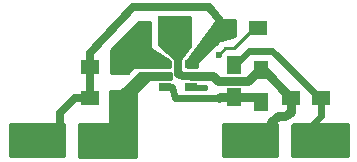
<source format=gbr>
G04 #@! TF.FileFunction,Copper,L1,Top,Signal*
%FSLAX46Y46*%
G04 Gerber Fmt 4.6, Leading zero omitted, Abs format (unit mm)*
G04 Created by KiCad (PCBNEW 4.0.0-stable) date 12/14/2015 9:14:30 PM*
%MOMM*%
G01*
G04 APERTURE LIST*
%ADD10C,0.100000*%
%ADD11R,1.060000X0.650000*%
%ADD12R,1.300000X1.500000*%
%ADD13R,1.500000X1.250000*%
%ADD14R,1.500000X1.300000*%
%ADD15R,0.635000X1.270000*%
%ADD16R,2.670000X2.540000*%
%ADD17C,0.600000*%
%ADD18C,0.609600*%
%ADD19C,0.635000*%
%ADD20C,0.762000*%
%ADD21C,0.508000*%
%ADD22C,0.711200*%
%ADD23C,0.250000*%
%ADD24C,0.254000*%
G04 APERTURE END LIST*
D10*
D11*
X163873000Y-101539000D03*
X163873000Y-102489000D03*
X163873000Y-103439000D03*
X166073000Y-103439000D03*
X166073000Y-101539000D03*
X166073000Y-102489000D03*
D12*
X169672000Y-101567000D03*
X169672000Y-104267000D03*
D13*
X157480000Y-101727000D03*
X159980000Y-101727000D03*
X157480000Y-104394000D03*
X159980000Y-104394000D03*
D14*
X169037000Y-98425000D03*
X171737000Y-98425000D03*
D15*
X162241000Y-98679000D03*
D16*
X164592000Y-98679000D03*
D13*
X174538000Y-104394000D03*
X177038000Y-104394000D03*
D12*
X171958000Y-102044500D03*
X171958000Y-104744500D03*
D17*
X162750500Y-102489000D03*
X160528000Y-108712000D03*
X157734000Y-108712000D03*
X157734000Y-106934000D03*
X160528000Y-106934000D03*
X175768000Y-108712000D03*
X178562000Y-108712000D03*
X178562000Y-107188000D03*
X175768000Y-107188000D03*
X172918999Y-100399999D03*
X161885000Y-102489000D03*
X167236405Y-103566990D03*
X168402000Y-100711000D03*
D18*
X162750500Y-102489000D02*
X163873000Y-102489000D01*
X161885000Y-102489000D02*
X162750500Y-102489000D01*
X157734000Y-106934000D02*
X157734000Y-108712000D01*
X159980000Y-104394000D02*
X159980000Y-106386000D01*
X159980000Y-106386000D02*
X160528000Y-106934000D01*
X178562000Y-107188000D02*
X178562000Y-108712000D01*
X177038000Y-104394000D02*
X177038000Y-105918000D01*
X177038000Y-105918000D02*
X175768000Y-107188000D01*
X169672000Y-101567000D02*
X169766000Y-101567000D01*
X169766000Y-101567000D02*
X170933001Y-100399999D01*
X170933001Y-100399999D02*
X172918999Y-100399999D01*
X172918999Y-100399999D02*
X176913000Y-104394000D01*
X176913000Y-104394000D02*
X177038000Y-104394000D01*
X159980000Y-104394000D02*
X161885000Y-102489000D01*
D19*
X154940000Y-105684000D02*
X154940000Y-106934000D01*
X157480000Y-104394000D02*
X156230000Y-104394000D01*
X156230000Y-104394000D02*
X154940000Y-105684000D01*
X157480000Y-101727000D02*
X157480000Y-104394000D01*
X166073000Y-101539000D02*
X166073000Y-101389000D01*
X166073000Y-101389000D02*
X169037000Y-98425000D01*
X157480000Y-101727000D02*
X157480000Y-100602000D01*
X157480000Y-100602000D02*
X161123001Y-96704999D01*
X161123001Y-96704999D02*
X167527499Y-96704999D01*
X167527499Y-96704999D02*
X168993500Y-98425000D01*
X168993500Y-98425000D02*
X169037000Y-98425000D01*
D20*
X171958000Y-102044500D02*
X171767500Y-102044500D01*
X171767500Y-102044500D02*
X170878500Y-102933500D01*
X167894000Y-102489000D02*
X166073000Y-102489000D01*
X168338500Y-102933500D02*
X167894000Y-102489000D01*
X170878500Y-102933500D02*
X168338500Y-102933500D01*
X172847000Y-106426000D02*
X172847000Y-107061000D01*
X173418500Y-105918000D02*
X172847000Y-106426000D01*
X173956500Y-105918000D02*
X173418500Y-105918000D01*
X174538000Y-104394000D02*
X174538000Y-105527000D01*
X174538000Y-105527000D02*
X173956500Y-105918000D01*
D21*
X171958000Y-102044500D02*
X172188500Y-102044500D01*
D20*
X172188500Y-102044500D02*
X174538000Y-104394000D01*
D19*
X164592000Y-98679000D02*
X164592000Y-100449000D01*
X164592000Y-100449000D02*
X164965999Y-101076999D01*
X164965999Y-101076999D02*
X164965999Y-102351001D01*
X164965999Y-102351001D02*
X165357998Y-102489000D01*
X165357998Y-102489000D02*
X166073000Y-102489000D01*
D20*
X163873000Y-101539000D02*
X163134000Y-101539000D01*
X162241000Y-100646000D02*
X162241000Y-98679000D01*
X163134000Y-101539000D02*
X162241000Y-100646000D01*
D22*
X163873000Y-101539000D02*
X160168000Y-101539000D01*
D20*
X160168000Y-101539000D02*
X159980000Y-101727000D01*
X168387000Y-104394000D02*
X168514000Y-104267000D01*
X168514000Y-104267000D02*
X169672000Y-104267000D01*
D18*
X164655500Y-104394000D02*
X168387000Y-104394000D01*
X163873000Y-103439000D02*
X164400798Y-103439000D01*
X164400798Y-103439000D02*
X164655500Y-104394000D01*
D20*
X169672000Y-104267000D02*
X171480500Y-104267000D01*
X171480500Y-104267000D02*
X171958000Y-104744500D01*
D21*
X167236405Y-103566990D02*
X166200990Y-103566990D01*
X166200990Y-103566990D02*
X166073000Y-103439000D01*
D23*
X171483000Y-98425000D02*
X171383000Y-98425000D01*
X171383000Y-98425000D02*
X169633501Y-100174499D01*
X169633501Y-100174499D02*
X168938501Y-100174499D01*
X168938501Y-100174499D02*
X168402000Y-100711000D01*
D24*
G36*
X163134000Y-102247001D02*
X163134005Y-102247000D01*
X163873000Y-102247000D01*
X163933328Y-102235000D01*
X164321499Y-102235000D01*
X164321499Y-102351001D01*
X164324956Y-102368381D01*
X164322446Y-102385921D01*
X164338000Y-102446694D01*
X164338000Y-102743000D01*
X162560000Y-102743000D01*
X162510590Y-102753006D01*
X162470197Y-102780197D01*
X161454197Y-103796197D01*
X161426334Y-103838211D01*
X161417000Y-103886000D01*
X161417000Y-109347000D01*
X156591000Y-109347000D01*
X156591000Y-106553000D01*
X159067500Y-106553000D01*
X159116910Y-106542994D01*
X159158535Y-106514553D01*
X159185815Y-106472159D01*
X159194500Y-106426000D01*
X159194500Y-103822500D01*
X160020000Y-103822500D01*
X160069410Y-103812494D01*
X160108025Y-103787046D01*
X161722153Y-102235000D01*
X163073668Y-102235000D01*
X163134000Y-102247001D01*
X163134000Y-102247001D01*
G37*
X163134000Y-102247001D02*
X163134005Y-102247000D01*
X163873000Y-102247000D01*
X163933328Y-102235000D01*
X164321499Y-102235000D01*
X164321499Y-102351001D01*
X164324956Y-102368381D01*
X164322446Y-102385921D01*
X164338000Y-102446694D01*
X164338000Y-102743000D01*
X162560000Y-102743000D01*
X162510590Y-102753006D01*
X162470197Y-102780197D01*
X161454197Y-103796197D01*
X161426334Y-103838211D01*
X161417000Y-103886000D01*
X161417000Y-109347000D01*
X156591000Y-109347000D01*
X156591000Y-106553000D01*
X159067500Y-106553000D01*
X159116910Y-106542994D01*
X159158535Y-106514553D01*
X159185815Y-106472159D01*
X159194500Y-106426000D01*
X159194500Y-103822500D01*
X160020000Y-103822500D01*
X160069410Y-103812494D01*
X160108025Y-103787046D01*
X161722153Y-102235000D01*
X163073668Y-102235000D01*
X163134000Y-102247001D01*
G36*
X155321000Y-109290000D02*
X150710000Y-109290000D01*
X150710000Y-106553000D01*
X155321000Y-106553000D01*
X155321000Y-109290000D01*
X155321000Y-109290000D01*
G37*
X155321000Y-109290000D02*
X150710000Y-109290000D01*
X150710000Y-106553000D01*
X155321000Y-106553000D01*
X155321000Y-109290000D01*
G36*
X173355000Y-109290000D02*
X168710000Y-109290000D01*
X168710000Y-106553000D01*
X173355000Y-106553000D01*
X173355000Y-109290000D01*
X173355000Y-109290000D01*
G37*
X173355000Y-109290000D02*
X168710000Y-109290000D01*
X168710000Y-106553000D01*
X173355000Y-106553000D01*
X173355000Y-109290000D01*
G36*
X179290000Y-109290000D02*
X174625000Y-109290000D01*
X174625000Y-106647258D01*
X174766067Y-106553000D01*
X179290000Y-106553000D01*
X179290000Y-109290000D01*
X179290000Y-109290000D01*
G37*
X179290000Y-109290000D02*
X174625000Y-109290000D01*
X174625000Y-106647258D01*
X174766067Y-106553000D01*
X179290000Y-106553000D01*
X179290000Y-109290000D01*
G36*
X162560000Y-100139500D02*
X162570006Y-100188910D01*
X162598447Y-100230535D01*
X162622255Y-100248757D01*
X164274500Y-101227865D01*
X164274500Y-101790500D01*
X161163000Y-101790500D01*
X161113590Y-101800506D01*
X161061400Y-101841300D01*
X160718500Y-102298500D01*
X159258000Y-102298500D01*
X159258000Y-100319106D01*
X161596606Y-97980500D01*
X162560000Y-97980500D01*
X162560000Y-100139500D01*
X162560000Y-100139500D01*
G37*
X162560000Y-100139500D02*
X162570006Y-100188910D01*
X162598447Y-100230535D01*
X162622255Y-100248757D01*
X164274500Y-101227865D01*
X164274500Y-101790500D01*
X161163000Y-101790500D01*
X161113590Y-101800506D01*
X161061400Y-101841300D01*
X160718500Y-102298500D01*
X159258000Y-102298500D01*
X159258000Y-100319106D01*
X161596606Y-97980500D01*
X162560000Y-97980500D01*
X162560000Y-100139500D01*
G36*
X165925500Y-99972191D02*
X165220177Y-100971399D01*
X164695556Y-101023861D01*
X164647473Y-100984140D01*
X164644327Y-100979251D01*
X164628290Y-100968293D01*
X163322000Y-99889184D01*
X163322000Y-97536000D01*
X165925500Y-97536000D01*
X165925500Y-99972191D01*
X165925500Y-99972191D01*
G37*
X165925500Y-99972191D02*
X165220177Y-100971399D01*
X164695556Y-101023861D01*
X164647473Y-100984140D01*
X164644327Y-100979251D01*
X164628290Y-100968293D01*
X163322000Y-99889184D01*
X163322000Y-97536000D01*
X165925500Y-97536000D01*
X165925500Y-99972191D01*
G36*
X169735500Y-99096711D02*
X168360278Y-99575049D01*
X168313908Y-99603519D01*
X166599408Y-101254519D01*
X166570757Y-101296000D01*
X166560500Y-101346000D01*
X166560500Y-101727000D01*
X165671500Y-101727000D01*
X165671500Y-101261333D01*
X168275000Y-97790000D01*
X169735500Y-97790000D01*
X169735500Y-99096711D01*
X169735500Y-99096711D01*
G37*
X169735500Y-99096711D02*
X168360278Y-99575049D01*
X168313908Y-99603519D01*
X166599408Y-101254519D01*
X166570757Y-101296000D01*
X166560500Y-101346000D01*
X166560500Y-101727000D01*
X165671500Y-101727000D01*
X165671500Y-101261333D01*
X168275000Y-97790000D01*
X169735500Y-97790000D01*
X169735500Y-99096711D01*
M02*

</source>
